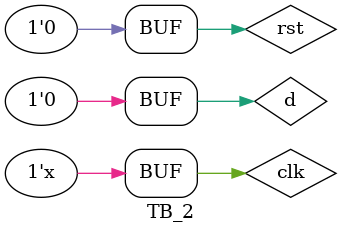
<source format=v>
module ShiftRightRegister(d,q,clk,rst);
input clk,d,rst;
output q;
reg [3:0] r_reg;
wire [3:0] r_next;
always @(posedge clk or posedge rst) begin

if(rst)
r_reg<=0;
else
r_reg<=r_next;
end
assign r_next={d,r_reg[3:1]};
assign q=r_reg[0];

endmodule
/***************************************************************/
module TB_2();

reg clk,d,rst;
wire q;
ShiftRightRegister obj(d,q,clk,rst);

always begin
clk=~clk; #5;
end

initial begin 
clk=0; rst=1; d=0;

#10 rst=0;
#10 d=1;
#10 d=0;
#10 d=1;
#10 d=0;

end

endmodule
/***************************************************************/
</source>
